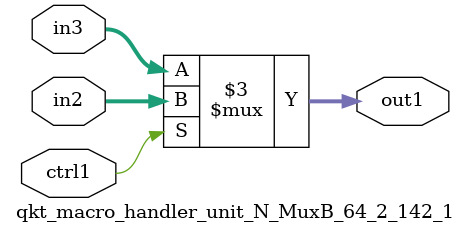
<source format=v>

`timescale 1ps / 1ps


module qkt_macro_handler_unit_N_MuxB_64_2_142_1( in3, in2, ctrl1, out1 );

    input [63:0] in3;
    input [63:0] in2;
    input ctrl1;
    output [63:0] out1;
    reg [63:0] out1;

    
    // rtl_process:qkt_macro_handler_unit_N_MuxB_64_2_142_1/qkt_macro_handler_unit_N_MuxB_64_2_142_1_thread_1
    always @*
      begin : qkt_macro_handler_unit_N_MuxB_64_2_142_1_thread_1
        case (ctrl1) 
          1'b1: 
            begin
              out1 = in2;
            end
          default: 
            begin
              out1 = in3;
            end
        endcase
      end

endmodule


</source>
